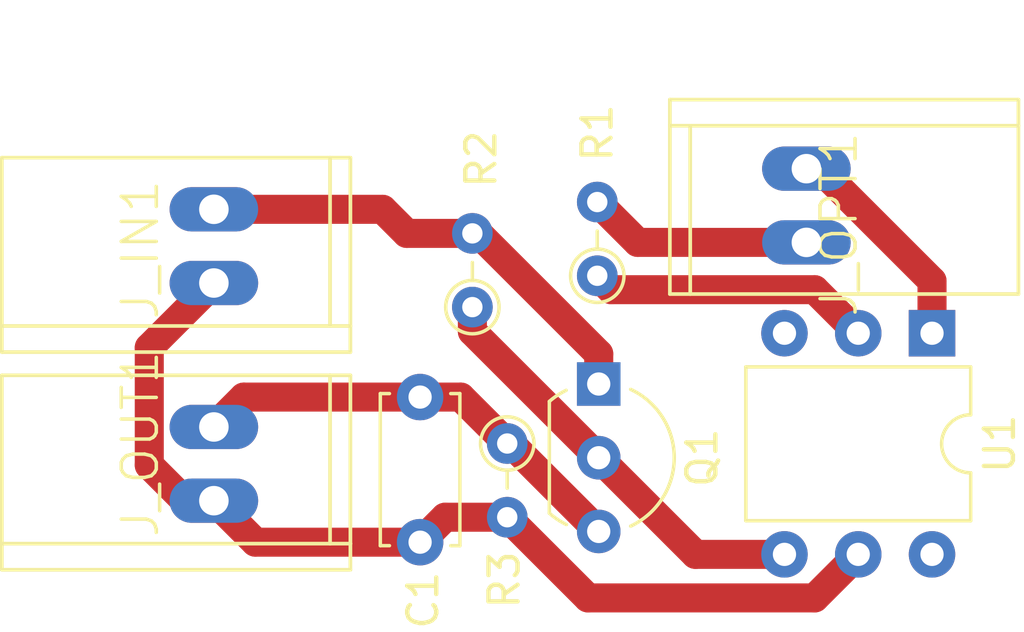
<source format=kicad_pcb>
(kicad_pcb (version 20220914) (generator pcbnew)
  (layers (0 "F.Cu" signal) (31 "B.Cu" signal) (34 "B.Paste" user) (35 "F.Paste" user) (36 "B.SilkS" user "B.Silkscreen") (37 "F.SilkS" user "F.Silkscreen") (38 "B.Mask" user) (39 "F.Mask" user) (44 "Edge.Cuts" user))
  (net 0 "")
  (net 1 "GND")
  (net 2 "Net-(Q1-D)")
  (net 3 "Net-(J_OPT1-Pin_1)")
  (net 5 "Net-(J_OPT1-Pin_2)")
  (net 6 "Net-(Q1-G)")
  (net 7 "Net-(R1-Pad1)")
  (net 8 "Net-(J_IN1-Pin_1)")
  (footprint "Package_TO_SOT_THT:TO-92L_Inline_Wide" (layer "F.Cu") (at 91.55 63.45 -90)
    (fp_text reference "Q1" (at 2.54 -3.56 90) (layer "F.SilkS"))
    (fp_text value "2N7002")
    (fp_line (start 0.6 1.7) (end 4.45 1.7) (stroke (width 0.12)) (layer "F.SilkS"))
    (fp_arc (start 0.1836 -1.098807) (mid 1.143021 -2.192817) (end 2.54 -2.6) (stroke (width 0.12)) (layer "F.SilkS"))
    (fp_arc (start 0.6 1.7) (mid 0.389183 1.423933) (end 0.217369 1.122045) (stroke (width 0.12)) (layer "F.SilkS"))
    (fp_arc (start 2.54 -2.6) (mid 3.936979 -2.192818) (end 4.8964 -1.098807) (stroke (width 0.12)) (layer "F.SilkS"))
    (fp_arc (start 4.842383 1.112264) (mid 4.666594 1.419753) (end 4.45 1.7) (stroke (width 0.12)) (layer "F.SilkS"))
    (pad "1" thru_hole rect (at 0 0 270) (size 1.5 1.5) (drill 0.8) (layers *.Cu *.Mask) (net 1 "GND"))
    (pad "2" thru_hole circle (at 2.54 0 270) (size 1.5 1.5) (drill 0.8) (layers *.Cu *.Mask) (net 6 "Net-(Q1-G)"))
    (pad "3" thru_hole circle (at 5.08 0 270) (size 1.5 1.5) (drill 0.8) (layers *.Cu *.Mask) (net 2 "Net-(Q1-D)"))
  )
  (footprint "Package_DIP:DIP-6_W7.62mm" (layer "F.Cu") (at 103.025 61.7 -90)
    (fp_text reference "U1" (at 3.81 -2.33 90) (layer "F.SilkS"))
    (fp_text value "MOC8101")
    (fp_line (start 1.16 -1.33) (end 1.16 6.41) (stroke (width 0.12)) (layer "F.SilkS"))
    (fp_line (start 1.16 6.41) (end 6.46 6.41) (stroke (width 0.12)) (layer "F.SilkS"))
    (fp_line (start 2.81 -1.33) (end 1.16 -1.33) (stroke (width 0.12)) (layer "F.SilkS"))
    (fp_line (start 6.46 -1.33) (end 4.81 -1.33) (stroke (width 0.12)) (layer "F.SilkS"))
    (fp_line (start 6.46 6.41) (end 6.46 -1.33) (stroke (width 0.12)) (layer "F.SilkS"))
    (fp_arc (start 4.81 -1.33) (mid 3.81 -0.33) (end 2.81 -1.33) (stroke (width 0.12)) (layer "F.SilkS"))
    (pad "1" thru_hole rect (at 0 0 270) (size 1.6 1.6) (drill 0.8) (layers *.Cu *.Mask) (net 3 "Net-(J_OPT1-Pin_1)"))
    (pad "2" thru_hole oval (at 0 2.54 270) (size 1.6 1.6) (drill 0.8) (layers *.Cu *.Mask) (net 7 "Net-(R1-Pad1)"))
    (pad "3" thru_hole oval (at 0 5.08 270) (size 1.6 1.6) (drill 0.8) (layers *.Cu *.Mask))
    (pad "4" thru_hole oval (at 7.62 5.08 270) (size 1.6 1.6) (drill 0.8) (layers *.Cu *.Mask) (net 6 "Net-(Q1-G)"))
    (pad "5" thru_hole oval (at 7.62 2.54 270) (size 1.6 1.6) (drill 0.8) (layers *.Cu *.Mask) (net 8 "Net-(J_IN1-Pin_1)"))
    (pad "6" thru_hole oval (at 7.62 0 270) (size 1.6 1.6) (drill 0.8) (layers *.Cu *.Mask))
  )
  (footprint "Resistor_THT:R_Axial_DIN0204_L3.6mm_D1.6mm_P2.54mm_Vertical" (layer "F.Cu") (at 91.5 59.72 90)
    (fp_text reference "R1" (at 4.92 0 90) (layer "F.SilkS"))
    (fp_text value "R_180_0603")
    (fp_line (start 0.92 0) (end 1.54 0) (stroke (width 0.12)) (layer "F.SilkS"))
    (fp_circle (center 0 0) (end 0.92 0) (stroke (width 0.12)) (fill none) (layer "F.SilkS"))
    (pad "1" thru_hole circle (at 0 0 90) (size 1.4 1.4) (drill 0.7) (layers *.Cu *.Mask) (net 7 "Net-(R1-Pad1)"))
    (pad "2" thru_hole oval (at 2.54 0 90) (size 1.4 1.4) (drill 0.7) (layers *.Cu *.Mask) (net 5 "Net-(J_OPT1-Pin_2)"))
  )
  (footprint "localstuff:1X02_GN" (layer "F.Cu") (at 78.3 66.2 90)
    (fp_text reference "J_OUT1" (at -2.6162 -1.8288 90) (layer "F.SilkS") (effects (font (size 1.2065 1.2065) (thickness 0.12065)) (justify left bottom)))
    (fp_text value "Conn_01x02")
    (fp_line (start -3.65 -7.3) (end -3.65 4.7) (stroke (width 0.127)) (layer "F.SilkS"))
    (fp_line (start -3.65 4.7) (end -2.75 4.7) (stroke (width 0.127)) (layer "F.SilkS"))
    (fp_line (start -2.75 -7.3) (end -3.65 -7.3) (stroke (width 0.127)) (layer "F.SilkS"))
    (fp_line (start -2.75 -7.3) (end -2.75 4) (stroke (width 0.127)) (layer "F.SilkS"))
    (fp_line (start -2.75 4) (end -2.75 4.7) (stroke (width 0.127)) (layer "F.SilkS"))
    (fp_line (start -2.75 4) (end 3.05 4) (stroke (width 0.127)) (layer "F.SilkS"))
    (fp_line (start -2.75 4.7) (end 3.05 4.7) (stroke (width 0.127)) (layer "F.SilkS"))
    (fp_line (start 3.05 -7.3) (end -2.75 -7.3) (stroke (width 0.127)) (layer "F.SilkS"))
    (fp_line (start 3.05 4) (end 3.05 -7.3) (stroke (width 0.127)) (layer "F.SilkS"))
    (fp_line (start 3.05 4.7) (end 3.05 4) (stroke (width 0.127)) (layer "F.SilkS"))
    (pad "1" thru_hole oval (at -1.27 0 180) (size 3.048 1.524) (drill 1.016) (layers *.Cu *.Mask) (net 8 "Net-(J_IN1-Pin_1)"))
    (pad "2" thru_hole oval (at 1.27 0 180) (size 3.048 1.524) (drill 1.016) (layers *.Cu *.Mask) (net 2 "Net-(Q1-D)"))
  )
  (footprint "Capacitor_THT:C_Disc_D5.0mm_W2.5mm_P5.00mm" (layer "F.Cu") (at 85.4 68.9 90)
    (fp_text reference "C1" (at -2 0.1 90) (layer "F.SilkS"))
    (fp_text value "C")
    (fp_line (start -0.12 -1.37) (end -0.12 -1.055) (stroke (width 0.12)) (layer "F.SilkS"))
    (fp_line (start -0.12 -1.37) (end 5.12 -1.37) (stroke (width 0.12)) (layer "F.SilkS"))
    (fp_line (start -0.12 1.055) (end -0.12 1.37) (stroke (width 0.12)) (layer "F.SilkS"))
    (fp_line (start -0.12 1.37) (end 5.12 1.37) (stroke (width 0.12)) (layer "F.SilkS"))
    (fp_line (start 5.12 -1.37) (end 5.12 -1.055) (stroke (width 0.12)) (layer "F.SilkS"))
    (fp_line (start 5.12 1.055) (end 5.12 1.37) (stroke (width 0.12)) (layer "F.SilkS"))
    (pad "1" thru_hole circle (at 0 0 90) (size 1.6 1.6) (drill 0.8) (layers *.Cu *.Mask) (net 8 "Net-(J_IN1-Pin_1)"))
    (pad "2" thru_hole circle (at 5 0 90) (size 1.6 1.6) (drill 0.8) (layers *.Cu *.Mask) (net 2 "Net-(Q1-D)"))
  )
  (footprint "Resistor_THT:R_Axial_DIN0204_L3.6mm_D1.6mm_P2.54mm_Vertical" (layer "F.Cu") (at 87.2 60.8 90)
    (fp_text reference "R2" (at 5.1 0.3 90) (layer "F.SilkS"))
    (fp_text value "R 100k")
    (fp_line (start 0.92 0) (end 1.54 0) (stroke (width 0.12)) (layer "F.SilkS"))
    (fp_circle (center 0 0) (end 0.92 0) (stroke (width 0.12)) (fill none) (layer "F.SilkS"))
    (pad "1" thru_hole circle (at 0 0 90) (size 1.4 1.4) (drill 0.7) (layers *.Cu *.Mask) (net 6 "Net-(Q1-G)"))
    (pad "2" thru_hole oval (at 2.54 0 90) (size 1.4 1.4) (drill 0.7) (layers *.Cu *.Mask) (net 1 "GND"))
  )
  (footprint "localstuff:1X02_GN" (layer "F.Cu") (at 78.3 58.7 90)
    (fp_text reference "J_IN1" (at -2.6162 -1.8288 90) (layer "F.SilkS") (effects (font (size 1.2065 1.2065) (thickness 0.12065)) (justify left bottom)))
    (fp_text value "Conn_01x02")
    (fp_line (start -3.65 -7.3) (end -3.65 4.7) (stroke (width 0.127)) (layer "F.SilkS"))
    (fp_line (start -3.65 4.7) (end -2.75 4.7) (stroke (width 0.127)) (layer "F.SilkS"))
    (fp_line (start -2.75 -7.3) (end -3.65 -7.3) (stroke (width 0.127)) (layer "F.SilkS"))
    (fp_line (start -2.75 -7.3) (end -2.75 4) (stroke (width 0.127)) (layer "F.SilkS"))
    (fp_line (start -2.75 4) (end -2.75 4.7) (stroke (width 0.127)) (layer "F.SilkS"))
    (fp_line (start -2.75 4) (end 3.05 4) (stroke (width 0.127)) (layer "F.SilkS"))
    (fp_line (start -2.75 4.7) (end 3.05 4.7) (stroke (width 0.127)) (layer "F.SilkS"))
    (fp_line (start 3.05 -7.3) (end -2.75 -7.3) (stroke (width 0.127)) (layer "F.SilkS"))
    (fp_line (start 3.05 4) (end 3.05 -7.3) (stroke (width 0.127)) (layer "F.SilkS"))
    (fp_line (start 3.05 4.7) (end 3.05 4) (stroke (width 0.127)) (layer "F.SilkS"))
    (pad "1" thru_hole oval (at -1.27 0 180) (size 3.048 1.524) (drill 1.016) (layers *.Cu *.Mask) (net 8 "Net-(J_IN1-Pin_1)"))
    (pad "2" thru_hole oval (at 1.27 0 180) (size 3.048 1.524) (drill 1.016) (layers *.Cu *.Mask) (net 1 "GND"))
  )
  (footprint "localstuff:1X02_GN" (layer "F.Cu") (at 98.7 57.3 -90)
    (fp_text reference "J_OPT1" (at -2.6162 -1.8288 90) (layer "F.SilkS") (effects (font (size 1.2065 1.2065) (thickness 0.12065)) (justify right bottom)))
    (fp_text value "Conn_01x02")
    (fp_line (start -3.65 -7.3) (end -3.65 4.7) (stroke (width 0.127)) (layer "F.SilkS"))
    (fp_line (start -3.65 4.7) (end -2.75 4.7) (stroke (width 0.127)) (layer "F.SilkS"))
    (fp_line (start -2.75 -7.3) (end -3.65 -7.3) (stroke (width 0.127)) (layer "F.SilkS"))
    (fp_line (start -2.75 -7.3) (end -2.75 4) (stroke (width 0.127)) (layer "F.SilkS"))
    (fp_line (start -2.75 4) (end -2.75 4.7) (stroke (width 0.127)) (layer "F.SilkS"))
    (fp_line (start -2.75 4) (end 3.05 4) (stroke (width 0.127)) (layer "F.SilkS"))
    (fp_line (start -2.75 4.7) (end 3.05 4.7) (stroke (width 0.127)) (layer "F.SilkS"))
    (fp_line (start 3.05 -7.3) (end -2.75 -7.3) (stroke (width 0.127)) (layer "F.SilkS"))
    (fp_line (start 3.05 4) (end 3.05 -7.3) (stroke (width 0.127)) (layer "F.SilkS"))
    (fp_line (start 3.05 4.7) (end 3.05 4) (stroke (width 0.127)) (layer "F.SilkS"))
    (pad "1" thru_hole oval (at -1.27 0) (size 3.048 1.524) (drill 1.016) (layers *.Cu *.Mask) (net 3 "Net-(J_OPT1-Pin_1)"))
    (pad "2" thru_hole oval (at 1.27 0) (size 3.048 1.524) (drill 1.016) (layers *.Cu *.Mask) (net 5 "Net-(J_OPT1-Pin_2)"))
  )
  (footprint "Resistor_THT:R_Axial_DIN0204_L3.6mm_D1.6mm_P2.54mm_Vertical" (layer "F.Cu") (at 88.4 65.5 -90)
    (fp_text reference "R3" (at 4.7 0.1 90) (layer "F.SilkS"))
    (fp_text value "R 10k")
    (fp_line (start 0.92 0) (end 1.54 0) (stroke (width 0.12)) (layer "F.SilkS"))
    (fp_circle (center 0 0) (end 0.92 0) (stroke (width 0.12)) (fill none) (layer "F.SilkS"))
    (pad "1" thru_hole circle (at 0 0 270) (size 1.4 1.4) (drill 0.7) (layers *.Cu *.Mask) (net 2 "Net-(Q1-D)"))
    (pad "2" thru_hole oval (at 2.54 0 270) (size 1.4 1.4) (drill 0.7) (layers *.Cu *.Mask) (net 8 "Net-(J_IN1-Pin_1)"))
  )
  (segment (start 87.2 58.26) (end 84.94 58.26) (width 1) (layer "F.Cu") (net 1))
  (segment (start 91.55 62.41) (end 87.4 58.26) (width 1) (layer "F.Cu") (net 1))
  (segment (start 91.55 63.45) (end 91.55 62.41) (width 1) (layer "F.Cu") (net 1))
  (segment (start 84.94 58.26) (end 84.11 57.43) (width 1) (layer "F.Cu") (net 1))
  (segment (start 84.11 57.43) (end 78.3 57.43) (width 1) (layer "F.Cu") (net 1))
  (segment (start 87.4 58.26) (end 87.2 58.26) (width 1) (layer "F.Cu") (net 1))
  (segment (start 85.4 63.9) (end 86.8 63.9) (width 1) (layer "F.Cu") (net 2))
  (segment (start 88.4 65.5) (end 88.52 65.5) (width 1) (layer "F.Cu") (net 2))
  (segment (start 86.8 63.9) (end 88.4 65.5) (width 1) (layer "F.Cu") (net 2))
  (segment (start 88.52 65.5) (end 91.55 68.53) (width 1) (layer "F.Cu") (net 2))
  (segment (start 85.4 63.9) (end 79.33 63.9) (width 1) (layer "F.Cu") (net 2))
  (segment (start 79.33 63.9) (end 78.3 64.93) (width 1) (layer "F.Cu") (net 2))
  (segment (start 99.155 56.03) (end 98.7 56.03) (width 1) (layer "F.Cu") (net 3))
  (segment (start 103.025 59.9) (end 99.155 56.03) (width 1) (layer "F.Cu") (net 3))
  (segment (start 103.025 61.7) (end 103.025 59.9) (width 1) (layer "F.Cu") (net 3))
  (segment (start 98.7 58.57) (end 92.89 58.57) (width 1) (layer "F.Cu") (net 5))
  (segment (start 92.89 58.57) (end 91.5 57.18) (width 1) (layer "F.Cu") (net 5))
  (segment (start 97.945 69.32) (end 94.88 69.32) (width 1) (layer "F.Cu") (net 6))
  (segment (start 94.88 69.32) (end 91.55 65.99) (width 1) (layer "F.Cu") (net 6))
  (segment (start 87.2 61.64) (end 87.2 60.8) (width 1) (layer "F.Cu") (net 6))
  (segment (start 91.55 65.99) (end 87.2 61.64) (width 1) (layer "F.Cu") (net 6))
  (segment (start 100.485 61.7) (end 98.985 60.2) (width 1) (layer "F.Cu") (net 7))
  (segment (start 98.985 60.2) (end 91.98 60.2) (width 1) (layer "F.Cu") (net 7))
  (segment (start 91.98 60.2) (end 91.5 59.72) (width 1) (layer "F.Cu") (net 7))
  (segment (start 98.985 70.82) (end 91.18 70.82) (width 1) (layer "F.Cu") (net 8))
  (segment (start 88.4 68.04) (end 86.26 68.04) (width 1) (layer "F.Cu") (net 8))
  (segment (start 86.26 68.04) (end 85.4 68.9) (width 1) (layer "F.Cu") (net 8))
  (segment (start 91.18 70.82) (end 88.4 68.04) (width 1) (layer "F.Cu") (net 8))
  (segment (start 76.076 66.246) (end 76.076 62.194) (width 1) (layer "F.Cu") (net 8))
  (segment (start 79.73 68.9) (end 78.3 67.47) (width 1) (layer "F.Cu") (net 8))
  (segment (start 100.485 69.32) (end 98.985 70.82) (width 1) (layer "F.Cu") (net 8))
  (segment (start 77.3 67.47) (end 76.076 66.246) (width 1) (layer "F.Cu") (net 8))
  (segment (start 85.4 68.9) (end 79.73 68.9) (width 1) (layer "F.Cu") (net 8))
  (segment (start 76.076 62.194) (end 78.3 59.97) (width 1) (layer "F.Cu") (net 8))
  (segment (start 78.3 67.47) (end 77.3 67.47) (width 1) (layer "F.Cu") (net 8))
)
</source>
